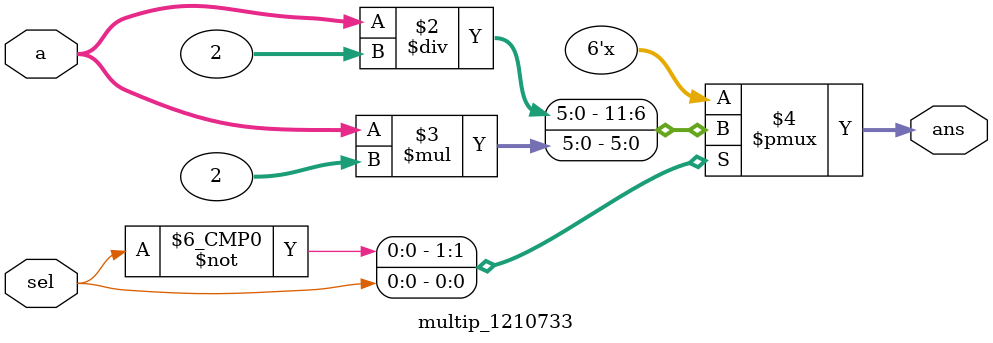
<source format=v>
module multip_1210733#(parameter n=4)(a,sel,ans);
input signed [n-1:0] a ;
input sel ;
output reg signed[n+1:0] ans ;
always@(*)
begin
/*if (sel == 0) begin ans = a/2 ; end 
else begin ans = a*2 ; end*/
case (sel)
1'b0 : ans <= (a/2) ;
1'b1 : ans <= (a*2) ;
 endcase ;
end
endmodule 
</source>
